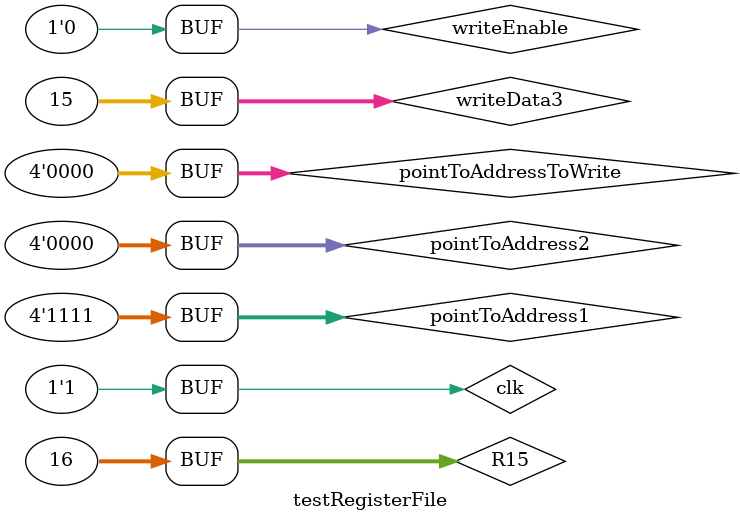
<source format=sv>
module testRegisterFile();
	
	logic clk, writeEnable;
	logic [3:0] pointToAddress1, pointToAddress2, pointToAddressToWrite;
	logic [31:0] writeData3, R15;
	logic [31:0] readData1, readData2;

	
	regfile registerFile(clk, writeEnable, 
								pointToAddress1, pointToAddress2, pointToAddressToWrite,
								writeData3, R15,
								readData1, readData2);

								
								
	//Creacion de un reloj
	always begin
		clk = 0; #5; clk=~clk; #5;
	end
	
	
	initial begin		
		pointToAddressToWrite = 4'd3; writeData3 = 32'd7; writeEnable = 1; #6; writeEnable = 0; #4;
		pointToAddressToWrite = 4'd6; writeData3 = 32'd9; writeEnable = 1; #6; writeEnable = 0; #4;
		
		pointToAddress1 = 4'd3;
		pointToAddress2 = 4'd6; #1;
		
		pointToAddressToWrite = 4'd5; writeData3 = 32'd8; writeEnable = 1; #9; writeEnable = 0; #1;
		pointToAddressToWrite = 4'd0; writeData3 = 32'd15; writeEnable = 1; #9; writeEnable = 0; #1;
				
		pointToAddress1 = 4'd5;
		pointToAddress2 = 4'd0; #1;		
						
		R15 = 32'd16; #1;
		
		pointToAddress1 = 4'd15; #1;
		
	
	
	end
								
								
endmodule
</source>
